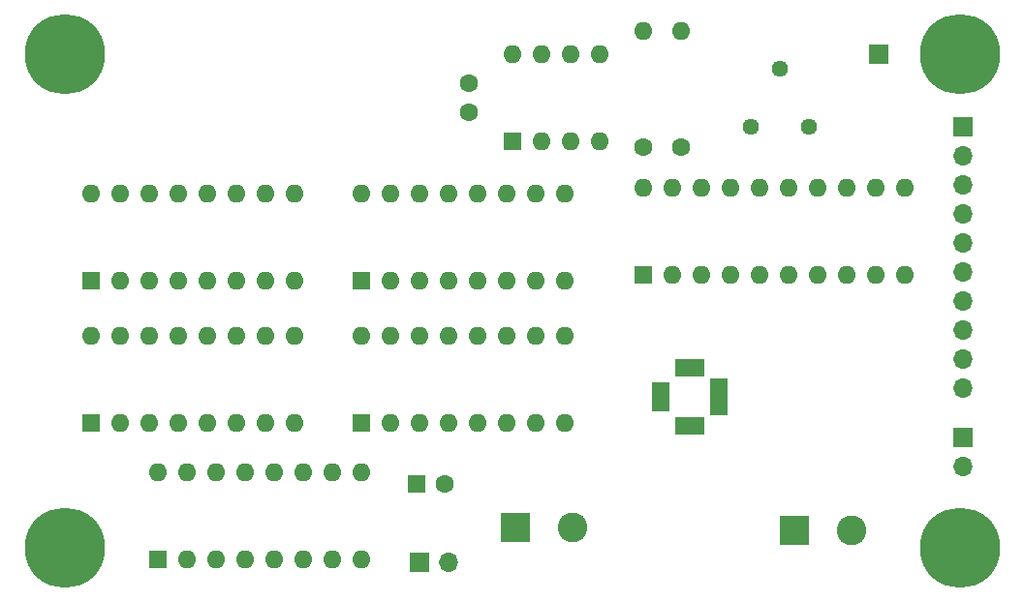
<source format=gbr>
%TF.GenerationSoftware,KiCad,Pcbnew,(5.1.9-0-10_14)*%
%TF.CreationDate,2021-05-25T00:06:21-04:00*%
%TF.ProjectId,sound,736f756e-642e-46b6-9963-61645f706362,rev?*%
%TF.SameCoordinates,Original*%
%TF.FileFunction,Soldermask,Top*%
%TF.FilePolarity,Negative*%
%FSLAX46Y46*%
G04 Gerber Fmt 4.6, Leading zero omitted, Abs format (unit mm)*
G04 Created by KiCad (PCBNEW (5.1.9-0-10_14)) date 2021-05-25 00:06:21*
%MOMM*%
%LPD*%
G01*
G04 APERTURE LIST*
%ADD10O,1.600000X1.600000*%
%ADD11R,1.600000X1.600000*%
%ADD12O,1.700000X1.700000*%
%ADD13R,1.700000X1.700000*%
%ADD14C,2.600000*%
%ADD15R,2.600000X2.600000*%
%ADD16C,1.600000*%
%ADD17C,1.440000*%
%ADD18C,0.800000*%
%ADD19C,7.000000*%
%ADD20R,2.600000X1.500000*%
%ADD21R,1.600000X3.300000*%
%ADD22R,1.500000X2.600000*%
G04 APERTURE END LIST*
D10*
%TO.C,U7*%
X133858000Y-112268000D03*
X151638000Y-119888000D03*
X136398000Y-112268000D03*
X149098000Y-119888000D03*
X138938000Y-112268000D03*
X146558000Y-119888000D03*
X141478000Y-112268000D03*
X144018000Y-119888000D03*
X144018000Y-112268000D03*
X141478000Y-119888000D03*
X146558000Y-112268000D03*
X138938000Y-119888000D03*
X149098000Y-112268000D03*
X136398000Y-119888000D03*
X151638000Y-112268000D03*
D11*
X133858000Y-119888000D03*
%TD*%
D12*
%TO.C,J6*%
X204216000Y-104902000D03*
X204216000Y-102362000D03*
X204216000Y-99822000D03*
X204216000Y-97282000D03*
X204216000Y-94742000D03*
X204216000Y-92202000D03*
X204216000Y-89662000D03*
X204216000Y-87122000D03*
X204216000Y-84582000D03*
D13*
X204216000Y-82042000D03*
%TD*%
D14*
%TO.C,J7*%
X194484000Y-117348000D03*
D15*
X189484000Y-117348000D03*
%TD*%
D10*
%TO.C,R2*%
X176276000Y-73660000D03*
D16*
X176276000Y-83820000D03*
%TD*%
D10*
%TO.C,R1*%
X179578000Y-73660000D03*
D16*
X179578000Y-83820000D03*
%TD*%
%TO.C,C1*%
X161036000Y-78272000D03*
X161036000Y-80772000D03*
%TD*%
D17*
%TO.C,RV1*%
X190754000Y-82042000D03*
X188214000Y-76962000D03*
X185674000Y-82042000D03*
%TD*%
D10*
%TO.C,U2*%
X164846000Y-75692000D03*
X172466000Y-83312000D03*
X167386000Y-75692000D03*
X169926000Y-83312000D03*
X169926000Y-75692000D03*
X167386000Y-83312000D03*
X172466000Y-75692000D03*
D11*
X164846000Y-83312000D03*
%TD*%
D13*
%TO.C,J3*%
X196850000Y-75692000D03*
%TD*%
D18*
%TO.C,REF\u002A\u002A*%
X127586155Y-117015845D03*
X125730000Y-116247000D03*
X123873845Y-117015845D03*
X123105000Y-118872000D03*
X123873845Y-120728155D03*
X125730000Y-121497000D03*
X127586155Y-120728155D03*
X128355000Y-118872000D03*
D19*
X125730000Y-118872000D03*
%TD*%
%TO.C,REF\u002A\u002A*%
X203962000Y-118872000D03*
D18*
X206587000Y-118872000D03*
X205818155Y-120728155D03*
X203962000Y-121497000D03*
X202105845Y-120728155D03*
X201337000Y-118872000D03*
X202105845Y-117015845D03*
X203962000Y-116247000D03*
X205818155Y-117015845D03*
%TD*%
D19*
%TO.C,REF\u002A\u002A*%
X125730000Y-75692000D03*
D18*
X128355000Y-75692000D03*
X127586155Y-77548155D03*
X125730000Y-78317000D03*
X123873845Y-77548155D03*
X123105000Y-75692000D03*
X123873845Y-73835845D03*
X125730000Y-73067000D03*
X127586155Y-73835845D03*
%TD*%
%TO.C,REF\u002A\u002A*%
X205818155Y-73835845D03*
X203962000Y-73067000D03*
X202105845Y-73835845D03*
X201337000Y-75692000D03*
X202105845Y-77548155D03*
X203962000Y-78317000D03*
X205818155Y-77548155D03*
X206587000Y-75692000D03*
D19*
X203962000Y-75692000D03*
%TD*%
D10*
%TO.C,U6*%
X176276000Y-87376000D03*
X199136000Y-94996000D03*
X178816000Y-87376000D03*
X196596000Y-94996000D03*
X181356000Y-87376000D03*
X194056000Y-94996000D03*
X183896000Y-87376000D03*
X191516000Y-94996000D03*
X186436000Y-87376000D03*
X188976000Y-94996000D03*
X188976000Y-87376000D03*
X186436000Y-94996000D03*
X191516000Y-87376000D03*
X183896000Y-94996000D03*
X194056000Y-87376000D03*
X181356000Y-94996000D03*
X196596000Y-87376000D03*
X178816000Y-94996000D03*
X199136000Y-87376000D03*
D11*
X176276000Y-94996000D03*
%TD*%
D10*
%TO.C,U5*%
X151638000Y-87884000D03*
X169418000Y-95504000D03*
X154178000Y-87884000D03*
X166878000Y-95504000D03*
X156718000Y-87884000D03*
X164338000Y-95504000D03*
X159258000Y-87884000D03*
X161798000Y-95504000D03*
X161798000Y-87884000D03*
X159258000Y-95504000D03*
X164338000Y-87884000D03*
X156718000Y-95504000D03*
X166878000Y-87884000D03*
X154178000Y-95504000D03*
X169418000Y-87884000D03*
D11*
X151638000Y-95504000D03*
%TD*%
D10*
%TO.C,U4*%
X128016000Y-87884000D03*
X145796000Y-95504000D03*
X130556000Y-87884000D03*
X143256000Y-95504000D03*
X133096000Y-87884000D03*
X140716000Y-95504000D03*
X135636000Y-87884000D03*
X138176000Y-95504000D03*
X138176000Y-87884000D03*
X135636000Y-95504000D03*
X140716000Y-87884000D03*
X133096000Y-95504000D03*
X143256000Y-87884000D03*
X130556000Y-95504000D03*
X145796000Y-87884000D03*
D11*
X128016000Y-95504000D03*
%TD*%
%TO.C,U3*%
X151638000Y-107950000D03*
D10*
X169418000Y-100330000D03*
X154178000Y-107950000D03*
X166878000Y-100330000D03*
X156718000Y-107950000D03*
X164338000Y-100330000D03*
X159258000Y-107950000D03*
X161798000Y-100330000D03*
X161798000Y-107950000D03*
X159258000Y-100330000D03*
X164338000Y-107950000D03*
X156718000Y-100330000D03*
X166878000Y-107950000D03*
X154178000Y-100330000D03*
X169418000Y-107950000D03*
X151638000Y-100330000D03*
%TD*%
D11*
%TO.C,U1*%
X128016000Y-107950000D03*
D10*
X145796000Y-100330000D03*
X130556000Y-107950000D03*
X143256000Y-100330000D03*
X133096000Y-107950000D03*
X140716000Y-100330000D03*
X135636000Y-107950000D03*
X138176000Y-100330000D03*
X138176000Y-107950000D03*
X135636000Y-100330000D03*
X140716000Y-107950000D03*
X133096000Y-100330000D03*
X143256000Y-107950000D03*
X130556000Y-100330000D03*
X145796000Y-107950000D03*
X128016000Y-100330000D03*
%TD*%
D20*
%TO.C,LS1*%
X180340000Y-103124000D03*
X180340000Y-108204000D03*
D21*
X182880000Y-105664000D03*
D22*
X177800000Y-105664000D03*
%TD*%
D14*
%TO.C,J5*%
X170100000Y-117094000D03*
D15*
X165100000Y-117094000D03*
%TD*%
D12*
%TO.C,J2*%
X159258000Y-120142000D03*
D13*
X156718000Y-120142000D03*
%TD*%
D12*
%TO.C,J1*%
X204216000Y-111760000D03*
D13*
X204216000Y-109220000D03*
%TD*%
D16*
%TO.C,C3*%
X158964000Y-113284000D03*
D11*
X156464000Y-113284000D03*
%TD*%
M02*

</source>
